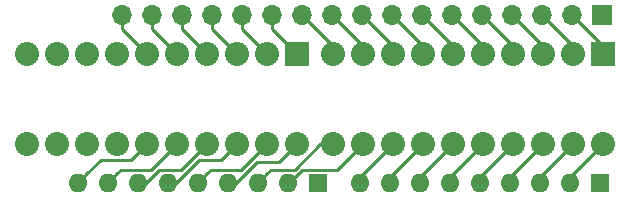
<source format=gbr>
G04 #@! TF.GenerationSoftware,KiCad,Pcbnew,(5.1.0-0)*
G04 #@! TF.CreationDate,2019-09-18T19:58:45-07:00*
G04 #@! TF.ProjectId,LEDRiser16,4c454452-6973-4657-9231-362e6b696361,rev?*
G04 #@! TF.SameCoordinates,Original*
G04 #@! TF.FileFunction,Copper,L1,Top*
G04 #@! TF.FilePolarity,Positive*
%FSLAX46Y46*%
G04 Gerber Fmt 4.6, Leading zero omitted, Abs format (unit mm)*
G04 Created by KiCad (PCBNEW (5.1.0-0)) date 2019-09-18 19:58:45*
%MOMM*%
%LPD*%
G04 APERTURE LIST*
%ADD10O,1.600000X1.600000*%
%ADD11R,1.600000X1.600000*%
%ADD12R,2.032000X2.032000*%
%ADD13C,2.032000*%
%ADD14O,1.700000X1.700000*%
%ADD15R,1.700000X1.700000*%
%ADD16C,0.250000*%
G04 APERTURE END LIST*
D10*
X79756000Y-83058000D03*
X82296000Y-83058000D03*
X84836000Y-83058000D03*
X87376000Y-83058000D03*
X89916000Y-83058000D03*
X92456000Y-83058000D03*
X94996000Y-83058000D03*
X97536000Y-83058000D03*
D11*
X100076000Y-83058000D03*
D10*
X103632000Y-83058000D03*
X106172000Y-83058000D03*
X108712000Y-83058000D03*
X111252000Y-83058000D03*
X113792000Y-83058000D03*
X116332000Y-83058000D03*
X118872000Y-83058000D03*
X121412000Y-83058000D03*
D11*
X123952000Y-83058000D03*
D12*
X98298000Y-72136000D03*
D13*
X95758000Y-72136000D03*
X93218000Y-72136000D03*
X90678000Y-72136000D03*
X80518000Y-79756000D03*
X83058000Y-79756000D03*
X85598000Y-79756000D03*
X88138000Y-79756000D03*
X88138000Y-72136000D03*
X85598000Y-72136000D03*
X83058000Y-72136000D03*
X80518000Y-72136000D03*
X77978000Y-79756000D03*
X75438000Y-79756000D03*
X75438000Y-72136000D03*
X77978000Y-72136000D03*
X90678000Y-79756000D03*
X93218000Y-79756000D03*
X95758000Y-79756000D03*
X98298000Y-79756000D03*
X124206000Y-79756000D03*
X121666000Y-79756000D03*
X119126000Y-79756000D03*
X116586000Y-79756000D03*
X103886000Y-72136000D03*
X101346000Y-72136000D03*
X101346000Y-79756000D03*
X103886000Y-79756000D03*
X106426000Y-72136000D03*
X108966000Y-72136000D03*
X111506000Y-72136000D03*
X114046000Y-72136000D03*
X114046000Y-79756000D03*
X111506000Y-79756000D03*
X108966000Y-79756000D03*
X106426000Y-79756000D03*
X116586000Y-72136000D03*
X119126000Y-72136000D03*
X121666000Y-72136000D03*
D12*
X124206000Y-72136000D03*
D14*
X83501000Y-68834000D03*
X86041000Y-68834000D03*
X88581000Y-68834000D03*
X91121000Y-68834000D03*
X93661000Y-68834000D03*
X96201000Y-68834000D03*
X98741000Y-68834000D03*
X101281000Y-68834000D03*
X103821000Y-68834000D03*
X106361000Y-68834000D03*
X108901000Y-68834000D03*
X111441000Y-68834000D03*
X113981000Y-68834000D03*
X116521000Y-68834000D03*
X119061000Y-68834000D03*
X121601000Y-68834000D03*
D15*
X124141000Y-68834000D03*
D16*
X121412000Y-82550000D02*
X121412000Y-83058000D01*
X124206000Y-79756000D02*
X121412000Y-82550000D01*
X118872000Y-82550000D02*
X118872000Y-83058000D01*
X121666000Y-79756000D02*
X118872000Y-82550000D01*
X116332000Y-82550000D02*
X116332000Y-83058000D01*
X119126000Y-79756000D02*
X116332000Y-82550000D01*
X113792000Y-82550000D02*
X113792000Y-83058000D01*
X116586000Y-79756000D02*
X113792000Y-82550000D01*
X103886000Y-71439000D02*
X103886000Y-72136000D01*
X101281000Y-68834000D02*
X103886000Y-71439000D01*
X101346000Y-71439000D02*
X101346000Y-72136000D01*
X98741000Y-68834000D02*
X101346000Y-71439000D01*
X106426000Y-71439000D02*
X106426000Y-72136000D01*
X103821000Y-68834000D02*
X106426000Y-71439000D01*
X108966000Y-71439000D02*
X108966000Y-72136000D01*
X106361000Y-68834000D02*
X108966000Y-71439000D01*
X111506000Y-71439000D02*
X111506000Y-72136000D01*
X108901000Y-68834000D02*
X111506000Y-71439000D01*
X114046000Y-71439000D02*
X114046000Y-72136000D01*
X111441000Y-68834000D02*
X114046000Y-71439000D01*
X111252000Y-82550000D02*
X111252000Y-83058000D01*
X114046000Y-79756000D02*
X111252000Y-82550000D01*
X108712000Y-82550000D02*
X108712000Y-83058000D01*
X111506000Y-79756000D02*
X108712000Y-82550000D01*
X106172000Y-82550000D02*
X106172000Y-83058000D01*
X108966000Y-79756000D02*
X106172000Y-82550000D01*
X103632000Y-82550000D02*
X103632000Y-83058000D01*
X106426000Y-79756000D02*
X103632000Y-82550000D01*
X116586000Y-71439000D02*
X116586000Y-72136000D01*
X113981000Y-68834000D02*
X116586000Y-71439000D01*
X119126000Y-71439000D02*
X119126000Y-72136000D01*
X116521000Y-68834000D02*
X119126000Y-71439000D01*
X121666000Y-71439000D02*
X121666000Y-72136000D01*
X119061000Y-68834000D02*
X121666000Y-71439000D01*
X124206000Y-71439000D02*
X124206000Y-72136000D01*
X121601000Y-68834000D02*
X124206000Y-71439000D01*
X96774000Y-81280000D02*
X94870410Y-81280000D01*
X93092410Y-83058000D02*
X92456000Y-83058000D01*
X94870410Y-81280000D02*
X93092410Y-83058000D01*
X98298000Y-79756000D02*
X96774000Y-81280000D01*
X90715999Y-82258001D02*
X89916000Y-83058000D01*
X91041001Y-81932999D02*
X90715999Y-82258001D01*
X93581001Y-81932999D02*
X91041001Y-81932999D01*
X95758000Y-79756000D02*
X93581001Y-81932999D01*
X88012410Y-83058000D02*
X87376000Y-83058000D01*
X89973409Y-81097001D02*
X88012410Y-83058000D01*
X91876999Y-81097001D02*
X89973409Y-81097001D01*
X93218000Y-79756000D02*
X91876999Y-81097001D01*
X85472410Y-83058000D02*
X84836000Y-83058000D01*
X86597411Y-81932999D02*
X85472410Y-83058000D01*
X88501001Y-81932999D02*
X86597411Y-81932999D01*
X90678000Y-79756000D02*
X88501001Y-81932999D01*
X83501000Y-70039000D02*
X85598000Y-72136000D01*
X83501000Y-68834000D02*
X83501000Y-70039000D01*
X86041000Y-70039000D02*
X88138000Y-72136000D01*
X86041000Y-68834000D02*
X86041000Y-70039000D01*
X83095999Y-82258001D02*
X82296000Y-83058000D01*
X83421001Y-81932999D02*
X83095999Y-82258001D01*
X85961001Y-81932999D02*
X83421001Y-81932999D01*
X88138000Y-79756000D02*
X85961001Y-81932999D01*
X80555999Y-82258001D02*
X79756000Y-83058000D01*
X84256999Y-81097001D02*
X81716999Y-81097001D01*
X81716999Y-81097001D02*
X80555999Y-82258001D01*
X85598000Y-79756000D02*
X84256999Y-81097001D01*
X88581000Y-70039000D02*
X90678000Y-72136000D01*
X88581000Y-68834000D02*
X88581000Y-70039000D01*
X91121000Y-70039000D02*
X93218000Y-72136000D01*
X91121000Y-68834000D02*
X91121000Y-70039000D01*
X93661000Y-70039000D02*
X95758000Y-72136000D01*
X93661000Y-68834000D02*
X93661000Y-70039000D01*
X96201000Y-70039000D02*
X98298000Y-72136000D01*
X96201000Y-68834000D02*
X96201000Y-70039000D01*
X96121001Y-81932999D02*
X95795999Y-82258001D01*
X98105683Y-81932999D02*
X96121001Y-81932999D01*
X95795999Y-82258001D02*
X94996000Y-83058000D01*
X100282682Y-79756000D02*
X98105683Y-81932999D01*
X101346000Y-79756000D02*
X100282682Y-79756000D01*
X97617092Y-83058000D02*
X97536000Y-83058000D01*
X98742093Y-81932999D02*
X97617092Y-83058000D01*
X101709001Y-81932999D02*
X98742093Y-81932999D01*
X103886000Y-79756000D02*
X101709001Y-81932999D01*
M02*

</source>
